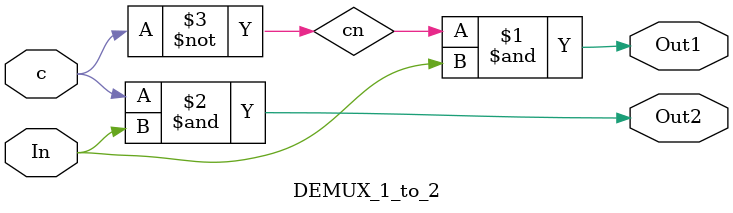
<source format=v>
module DEMUX_1_to_2( input c,
    input In, output Out1, output Out2);
    wire cn;

    not(cn, c);
    and(Out1, cn, In);
    and(Out2, c, In);
endmodule

</source>
